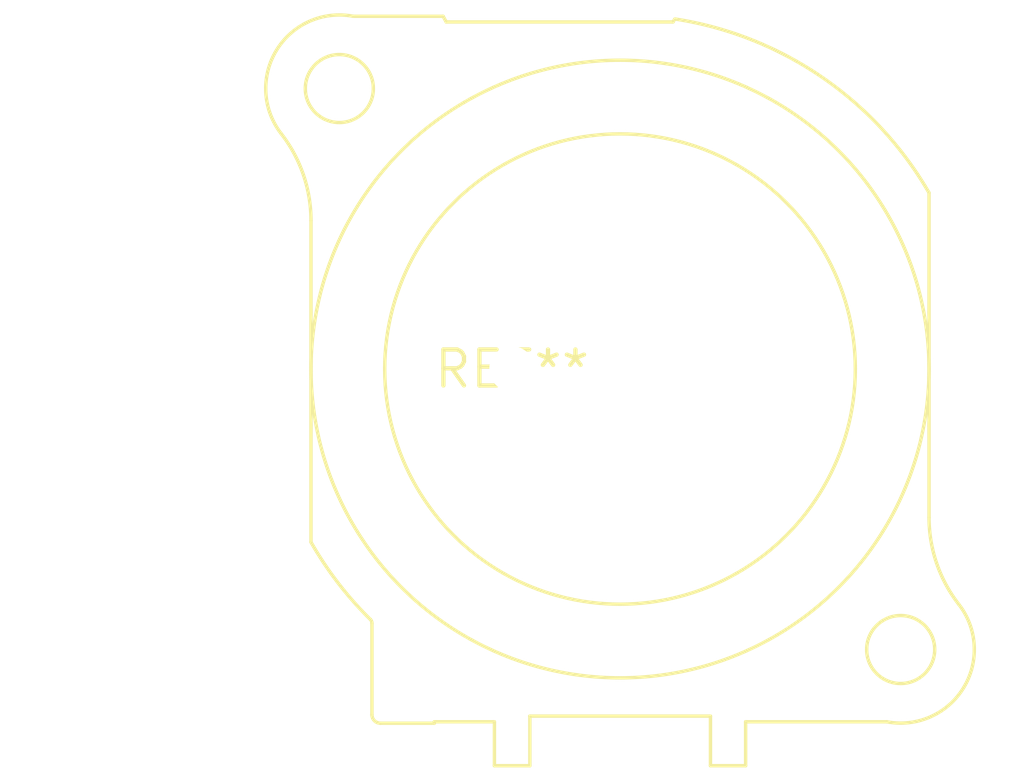
<source format=kicad_pcb>
(kicad_pcb (version 20240108) (generator pcbnew)
  (layers (0 "F.Cu" signal) (31 "B.Cu" signal) (34 "B.Paste" user) (35 "F.Paste" user) (36 "B.SilkS" user "B.Silkscreen") (37 "F.SilkS" user "F.Silkscreen") (38 "B.Mask" user) (39 "F.Mask" user) (44 "Edge.Cuts" user))
  (net 0 "")
  (footprint "Jack_XLR_Neutrik_NC3MBV-1_Vertical" (layer "F.Cu") (at 0 0)
    (property "Reference" "REF**")
    (property "Value" "Jack_XLR_Neutrik_NC3MBV-1_Vertical")
    (fp_line (start -7.09 -5.24) (end -7.09 6.11) (layer "F.SilkS") (stroke (width 0.12)))
    (fp_line (start -4.94 12.2) (end -4.94 8.98) (layer "F.SilkS") (stroke (width 0.12)))
    (fp_line (start -4.64 12.5) (end -2.74 12.5) (layer "F.SilkS") (stroke (width 0.12)))
    (fp_line (start -2.74 12.45) (end -0.62 12.45) (layer "F.SilkS") (stroke (width 0.12)))
    (fp_line (start -2.74 12.5) (end -2.74 12.45) (layer "F.SilkS") (stroke (width 0.12)))
    (fp_line (start -2.43 -12.45) (end -5.6 -12.45) (layer "F.SilkS") (stroke (width 0.12)))
    (fp_line (start -2.32 -12.25) (end -2.43 -12.45) (layer "F.SilkS") (stroke (width 0.12)))
    (fp_line (start -0.62 12.45) (end -0.62 14) (layer "F.SilkS") (stroke (width 0.12)))
    (fp_line (start 0.63 12.25) (end 0.63 14) (layer "F.SilkS") (stroke (width 0.12)))
    (fp_line (start 0.63 12.25) (end 7 12.25) (layer "F.SilkS") (stroke (width 0.12)))
    (fp_line (start 0.63 14) (end -0.62 14) (layer "F.SilkS") (stroke (width 0.12)))
    (fp_line (start 5.68 -12.25) (end -2.32 -12.25) (layer "F.SilkS") (stroke (width 0.12)))
    (fp_line (start 5.74 -12.35) (end 5.68 -12.25) (layer "F.SilkS") (stroke (width 0.12)))
    (fp_line (start 7 12.25) (end 7 14) (layer "F.SilkS") (stroke (width 0.12)))
    (fp_line (start 8.24 12.45) (end 8.24 14) (layer "F.SilkS") (stroke (width 0.12)))
    (fp_line (start 8.24 12.45) (end 13.22 12.45) (layer "F.SilkS") (stroke (width 0.12)))
    (fp_line (start 8.24 14) (end 7 14) (layer "F.SilkS") (stroke (width 0.12)))
    (fp_line (start 14.71 5.24) (end 14.71 -6.22) (layer "F.SilkS") (stroke (width 0.12)))
    (fp_arc (start -8.14458 -8.311426) (mid -7.360989 -6.863715) (end -7.09 -5.24) (layer "F.SilkS") (stroke (width 0.12)))
    (fp_arc (start -8.141124 -8.307677) (mid -8.303366 -11.257798) (end -5.6 -12.45) (layer "F.SilkS") (stroke (width 0.12)))
    (fp_arc (start -4.999944 8.832139) (mid -4.954594 8.899835) (end -4.94 8.98) (layer "F.SilkS") (stroke (width 0.12)))
    (fp_arc (start -4.999718 8.833849) (mid -6.1389 7.544091) (end -7.09 6.11) (layer "F.SilkS") (stroke (width 0.12)))
    (fp_arc (start -4.64 12.5) (mid -4.852132 12.412132) (end -4.94 12.2) (layer "F.SilkS") (stroke (width 0.12)))
    (fp_arc (start 5.753207 -12.354269) (mid 10.928439 -10.304601) (end 14.71 -6.22) (layer "F.SilkS") (stroke (width 0.12)))
    (fp_arc (start 15.761124 8.307677) (mid 15.923366 11.257798) (end 13.22 12.45) (layer "F.SilkS") (stroke (width 0.12)))
    (fp_arc (start 15.76458 8.311426) (mid 14.980989 6.863715) (end 14.71 5.24) (layer "F.SilkS") (stroke (width 0.12)))
    (fp_circle (center -6.09 -9.9) (end -4.89 -9.9) (layer "F.SilkS") (stroke (width 0.12)) (fill none))
    (fp_circle (center 3.81 0) (end 12.11 0) (layer "F.SilkS") (stroke (width 0.12)) (fill none))
    (fp_circle (center 3.81 0) (end 14.71 0) (layer "F.SilkS") (stroke (width 0.12)) (fill none))
    (fp_circle (center 13.71 9.9) (end 14.91 9.9) (layer "F.SilkS") (stroke (width 0.12)) (fill none))
    (pad "1" thru_hole circle (at 0 0) (size 3.4 3.4) (drill 1.6) (layers *.Cu *.Mask) (remove_unused_layers))
    (pad "2" thru_hole circle (at 7.62 0) (size 3.4 3.4) (drill 1.6) (layers *.Cu *.Mask) (remove_unused_layers))
    (pad "3" thru_hole circle (at 3.81 3.81) (size 3.4 3.4) (drill 1.6) (layers *.Cu *.Mask) (remove_unused_layers))
  )
)
</source>
